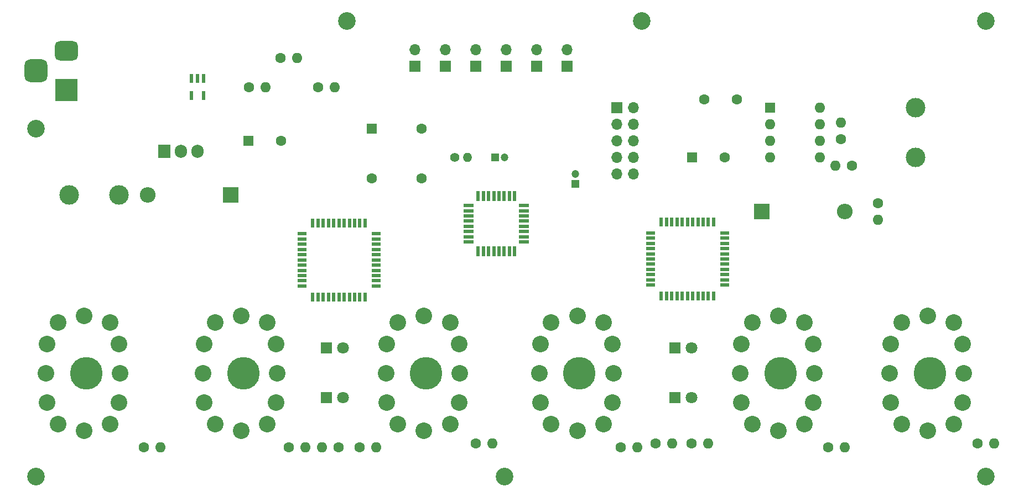
<source format=gbr>
%TF.GenerationSoftware,KiCad,Pcbnew,7.0.2-0*%
%TF.CreationDate,2023-05-13T13:36:10-07:00*%
%TF.ProjectId,nixie3,6e697869-6533-42e6-9b69-6361645f7063,rev?*%
%TF.SameCoordinates,Original*%
%TF.FileFunction,Soldermask,Top*%
%TF.FilePolarity,Negative*%
%FSLAX46Y46*%
G04 Gerber Fmt 4.6, Leading zero omitted, Abs format (unit mm)*
G04 Created by KiCad (PCBNEW 7.0.2-0) date 2023-05-13 13:36:10*
%MOMM*%
%LPD*%
G01*
G04 APERTURE LIST*
G04 Aperture macros list*
%AMRoundRect*
0 Rectangle with rounded corners*
0 $1 Rounding radius*
0 $2 $3 $4 $5 $6 $7 $8 $9 X,Y pos of 4 corners*
0 Add a 4 corners polygon primitive as box body*
4,1,4,$2,$3,$4,$5,$6,$7,$8,$9,$2,$3,0*
0 Add four circle primitives for the rounded corners*
1,1,$1+$1,$2,$3*
1,1,$1+$1,$4,$5*
1,1,$1+$1,$6,$7*
1,1,$1+$1,$8,$9*
0 Add four rect primitives between the rounded corners*
20,1,$1+$1,$2,$3,$4,$5,0*
20,1,$1+$1,$4,$5,$6,$7,0*
20,1,$1+$1,$6,$7,$8,$9,0*
20,1,$1+$1,$8,$9,$2,$3,0*%
G04 Aperture macros list end*
%ADD10C,1.600000*%
%ADD11O,1.600000X1.600000*%
%ADD12C,1.400000*%
%ADD13O,1.400000X1.400000*%
%ADD14C,2.700000*%
%ADD15R,1.200000X1.200000*%
%ADD16C,1.200000*%
%ADD17C,4.998720*%
%ADD18C,2.540000*%
%ADD19R,2.400000X2.400000*%
%ADD20O,2.400000X2.400000*%
%ADD21R,1.800000X1.800000*%
%ADD22C,1.800000*%
%ADD23R,0.500800X1.355600*%
%ADD24R,1.355600X0.500800*%
%ADD25R,1.700000X1.700000*%
%ADD26O,1.700000X1.700000*%
%ADD27R,1.600000X0.550000*%
%ADD28R,0.550000X1.600000*%
%ADD29C,3.000000*%
%ADD30R,1.600000X1.600000*%
%ADD31R,1.905000X2.000000*%
%ADD32O,1.905000X2.000000*%
%ADD33R,3.500000X3.500000*%
%ADD34RoundRect,0.750000X-1.000000X0.750000X-1.000000X-0.750000X1.000000X-0.750000X1.000000X0.750000X0*%
%ADD35RoundRect,0.875000X-0.875000X0.875000X-0.875000X-0.875000X0.875000X-0.875000X0.875000X0.875000X0*%
%ADD36R,0.508000X1.320800*%
G04 APERTURE END LIST*
D10*
%TO.C,R17*%
X81915000Y-44450000D03*
D11*
X84455000Y-44450000D03*
%TD*%
D10*
%TO.C,R10*%
X188595000Y-103505000D03*
D11*
X191135000Y-103505000D03*
%TD*%
D10*
%TO.C,R3*%
X87630000Y-48895000D03*
D11*
X90170000Y-48895000D03*
%TD*%
D10*
%TO.C,R12*%
X139290000Y-103505000D03*
D11*
X141830000Y-103505000D03*
%TD*%
D12*
%TO.C,R1*%
X108590000Y-59690000D03*
D13*
X110490000Y-59690000D03*
%TD*%
D10*
%TO.C,R15*%
X169320000Y-60960000D03*
D11*
X166780000Y-60960000D03*
%TD*%
D14*
%TO.C,REF\u002A\u002A*%
X116205000Y-108585000D03*
%TD*%
D10*
%TO.C,R13*%
X144780000Y-103505000D03*
D11*
X147320000Y-103505000D03*
%TD*%
D15*
%TO.C,C1*%
X114705000Y-59690000D03*
D16*
X116205000Y-59690000D03*
%TD*%
D17*
%TO.C,NX3*%
X104173020Y-92783660D03*
D18*
X109220000Y-97282000D03*
X99857560Y-100599240D03*
X98173540Y-97282000D03*
X98046540Y-92783660D03*
X98173540Y-88285320D03*
X99857560Y-84968080D03*
X103855520Y-83967320D03*
X107853480Y-84968080D03*
X109220000Y-88285320D03*
X109347000Y-92783660D03*
X107853480Y-100599240D03*
X103855520Y-101600000D03*
%TD*%
D19*
%TO.C,D1*%
X74295000Y-65405000D03*
D20*
X61595000Y-65405000D03*
%TD*%
D21*
%TO.C,NE1*%
X88900000Y-88900000D03*
D22*
X91440000Y-88900000D03*
%TD*%
D23*
%TO.C,U4*%
X140182201Y-80937798D03*
X140982202Y-80937798D03*
X141782201Y-80937798D03*
X142582202Y-80937798D03*
X143382200Y-80937798D03*
X144182201Y-80937798D03*
X144982202Y-80937798D03*
X145782200Y-80937798D03*
X146582201Y-80937798D03*
X147382200Y-80937798D03*
X148182201Y-80937798D03*
D24*
X149860000Y-79259999D03*
X149860000Y-78459998D03*
X149860000Y-77659999D03*
X149860000Y-76859998D03*
X149860000Y-76060000D03*
X149860000Y-75259999D03*
X149860000Y-74459998D03*
X149860000Y-73660000D03*
X149860000Y-72859999D03*
X149860000Y-72060000D03*
X149860000Y-71259999D03*
D23*
X148182201Y-69582200D03*
X147382200Y-69582200D03*
X146582201Y-69582200D03*
X145782200Y-69582200D03*
X144982202Y-69582200D03*
X144182201Y-69582200D03*
X143382200Y-69582200D03*
X142582202Y-69582200D03*
X141782201Y-69582200D03*
X140982202Y-69582200D03*
X140182201Y-69582200D03*
D24*
X138504402Y-71259999D03*
X138504402Y-72060000D03*
X138504402Y-72859999D03*
X138504402Y-73660000D03*
X138504402Y-74459998D03*
X138504402Y-75259999D03*
X138504402Y-76060000D03*
X138504402Y-76859998D03*
X138504402Y-77659999D03*
X138504402Y-78459998D03*
X138504402Y-79259999D03*
%TD*%
D10*
%TO.C,R4*%
X90805000Y-104140000D03*
D11*
X88265000Y-104140000D03*
%TD*%
D25*
%TO.C,J4*%
X107130000Y-45720000D03*
D26*
X107130000Y-43180000D03*
%TD*%
D10*
%TO.C,R8*%
X133985000Y-104140000D03*
D11*
X136525000Y-104140000D03*
%TD*%
D25*
%TO.C,J5*%
X111780000Y-45720000D03*
D26*
X111780000Y-43180000D03*
%TD*%
D14*
%TO.C,REF\u002A\u002A*%
X189865000Y-38735000D03*
%TD*%
D17*
%TO.C,NX4*%
X127653040Y-92783660D03*
D18*
X132700020Y-97282000D03*
X123337580Y-100599240D03*
X121653560Y-97282000D03*
X121526560Y-92783660D03*
X121653560Y-88285320D03*
X123337580Y-84968080D03*
X127335540Y-83967320D03*
X131333500Y-84968080D03*
X132700020Y-88285320D03*
X132827020Y-92783660D03*
X131333500Y-100599240D03*
X127335540Y-101600000D03*
%TD*%
D17*
%TO.C,NX2*%
X76200000Y-92783660D03*
D18*
X81246980Y-97282000D03*
X71884540Y-100599240D03*
X70200520Y-97282000D03*
X70073520Y-92783660D03*
X70200520Y-88285320D03*
X71884540Y-84968080D03*
X75882500Y-83967320D03*
X79880460Y-84968080D03*
X81246980Y-88285320D03*
X81373980Y-92783660D03*
X79880460Y-100599240D03*
X75882500Y-101600000D03*
%TD*%
D14*
%TO.C,REF\u002A\u002A*%
X44450000Y-108585000D03*
%TD*%
D19*
%TO.C,D2*%
X155575000Y-67945000D03*
D20*
X168275000Y-67945000D03*
%TD*%
D10*
%TO.C,R2*%
X77060000Y-48895000D03*
D11*
X79600000Y-48895000D03*
%TD*%
D14*
%TO.C,REF\u002A\u002A*%
X44450000Y-55245000D03*
%TD*%
D27*
%TO.C,U1*%
X110685000Y-67050000D03*
X110685000Y-67850000D03*
X110685000Y-68650000D03*
X110685000Y-69450000D03*
X110685000Y-70250000D03*
X110685000Y-71050000D03*
X110685000Y-71850000D03*
X110685000Y-72650000D03*
D28*
X112135000Y-74100000D03*
X112935000Y-74100000D03*
X113735000Y-74100000D03*
X114535000Y-74100000D03*
X115335000Y-74100000D03*
X116135000Y-74100000D03*
X116935000Y-74100000D03*
X117735000Y-74100000D03*
D27*
X119185000Y-72650000D03*
X119185000Y-71850000D03*
X119185000Y-71050000D03*
X119185000Y-70250000D03*
X119185000Y-69450000D03*
X119185000Y-68650000D03*
X119185000Y-67850000D03*
X119185000Y-67050000D03*
D28*
X117735000Y-65600000D03*
X116935000Y-65600000D03*
X116135000Y-65600000D03*
X115335000Y-65600000D03*
X114535000Y-65600000D03*
X113735000Y-65600000D03*
X112935000Y-65600000D03*
X112135000Y-65600000D03*
%TD*%
D15*
%TO.C,C2*%
X127000000Y-63730000D03*
D16*
X127000000Y-62230000D03*
%TD*%
D29*
%TO.C,L1*%
X49530000Y-65405000D03*
X57150000Y-65405000D03*
%TD*%
D10*
%TO.C,R14*%
X167640000Y-56925000D03*
D11*
X167640000Y-54385000D03*
%TD*%
D25*
%TO.C,J7*%
X121080000Y-45720000D03*
D26*
X121080000Y-43180000D03*
%TD*%
D23*
%TO.C,U3*%
X86842201Y-81077798D03*
X87642202Y-81077798D03*
X88442201Y-81077798D03*
X89242202Y-81077798D03*
X90042200Y-81077798D03*
X90842201Y-81077798D03*
X91642202Y-81077798D03*
X92442200Y-81077798D03*
X93242201Y-81077798D03*
X94042200Y-81077798D03*
X94842201Y-81077798D03*
D24*
X96520000Y-79399999D03*
X96520000Y-78599998D03*
X96520000Y-77799999D03*
X96520000Y-76999998D03*
X96520000Y-76200000D03*
X96520000Y-75399999D03*
X96520000Y-74599998D03*
X96520000Y-73800000D03*
X96520000Y-72999999D03*
X96520000Y-72200000D03*
X96520000Y-71399999D03*
D23*
X94842201Y-69722200D03*
X94042200Y-69722200D03*
X93242201Y-69722200D03*
X92442200Y-69722200D03*
X91642202Y-69722200D03*
X90842201Y-69722200D03*
X90042200Y-69722200D03*
X89242202Y-69722200D03*
X88442201Y-69722200D03*
X87642202Y-69722200D03*
X86842201Y-69722200D03*
D24*
X85164402Y-71399999D03*
X85164402Y-72200000D03*
X85164402Y-72999999D03*
X85164402Y-73800000D03*
X85164402Y-74599998D03*
X85164402Y-75399999D03*
X85164402Y-76200000D03*
X85164402Y-76999998D03*
X85164402Y-77799999D03*
X85164402Y-78599998D03*
X85164402Y-79399999D03*
%TD*%
D30*
%TO.C,C3*%
X76972349Y-57150000D03*
D10*
X81972349Y-57150000D03*
%TD*%
D25*
%TO.C,J8*%
X125730000Y-45720000D03*
D26*
X125730000Y-43180000D03*
%TD*%
D14*
%TO.C,REF\u002A\u002A*%
X189865000Y-108585000D03*
%TD*%
D10*
%TO.C,R5*%
X93980000Y-104140000D03*
D11*
X96520000Y-104140000D03*
%TD*%
D30*
%TO.C,C5*%
X144860000Y-59690000D03*
D10*
X149860000Y-59690000D03*
%TD*%
%TO.C,R16*%
X173355000Y-66675000D03*
D11*
X173355000Y-69215000D03*
%TD*%
D29*
%TO.C,L2*%
X179070000Y-52070000D03*
X179070000Y-59690000D03*
%TD*%
D14*
%TO.C,REF\u002A\u002A*%
X137160000Y-38735000D03*
%TD*%
D21*
%TO.C,NE2*%
X88900000Y-96520000D03*
D22*
X91440000Y-96520000D03*
%TD*%
D17*
%TO.C,NX6*%
X181276500Y-92783660D03*
D18*
X186323480Y-97282000D03*
X176961040Y-100599240D03*
X175277020Y-97282000D03*
X175150020Y-92783660D03*
X175277020Y-88285320D03*
X176961040Y-84968080D03*
X180959000Y-83967320D03*
X184956960Y-84968080D03*
X186323480Y-88285320D03*
X186450480Y-92783660D03*
X184956960Y-100599240D03*
X180959000Y-101600000D03*
%TD*%
D31*
%TO.C,Q1*%
X64135000Y-58730000D03*
D32*
X66675000Y-58730000D03*
X69215000Y-58730000D03*
%TD*%
D25*
%TO.C,J6*%
X116430000Y-45720000D03*
D26*
X116430000Y-43180000D03*
%TD*%
D30*
%TO.C,X1*%
X95885000Y-55245000D03*
D10*
X95885000Y-62865000D03*
X103505000Y-62865000D03*
X103505000Y-55245000D03*
%TD*%
D17*
%TO.C,NX1*%
X52150000Y-92783660D03*
D18*
X57196980Y-97282000D03*
X47834540Y-100599240D03*
X46150520Y-97282000D03*
X46023520Y-92783660D03*
X46150520Y-88285320D03*
X47834540Y-84968080D03*
X51832500Y-83967320D03*
X55830460Y-84968080D03*
X57196980Y-88285320D03*
X57323980Y-92783660D03*
X55830460Y-100599240D03*
X51832500Y-101600000D03*
%TD*%
D10*
%TO.C,R7*%
X111760000Y-103505000D03*
D11*
X114300000Y-103505000D03*
%TD*%
D33*
%TO.C,J2*%
X49150000Y-49355000D03*
D34*
X49150000Y-43355000D03*
D35*
X44450000Y-46355000D03*
%TD*%
D30*
%TO.C,U5*%
X156855000Y-52080000D03*
D11*
X156855000Y-54620000D03*
X156855000Y-57160000D03*
X156855000Y-59700000D03*
X164475000Y-59700000D03*
X164475000Y-57160000D03*
X164475000Y-54620000D03*
X164475000Y-52080000D03*
%TD*%
D10*
%TO.C,R11*%
X60960000Y-104140000D03*
D11*
X63500000Y-104140000D03*
%TD*%
D25*
%TO.C,J3*%
X102480000Y-45720000D03*
D26*
X102480000Y-43180000D03*
%TD*%
D10*
%TO.C,R9*%
X165735000Y-104140000D03*
D11*
X168275000Y-104140000D03*
%TD*%
D21*
%TO.C,NE3*%
X142240000Y-88900000D03*
D22*
X144780000Y-88900000D03*
%TD*%
D10*
%TO.C,C4*%
X151725000Y-50800000D03*
X146725000Y-50800000D03*
%TD*%
D25*
%TO.C,J1*%
X133350000Y-52070000D03*
D26*
X135890000Y-52070000D03*
X133350000Y-54610000D03*
X135890000Y-54610000D03*
X133350000Y-57150000D03*
X135890000Y-57150000D03*
X133350000Y-59690000D03*
X135890000Y-59690000D03*
X133350000Y-62230000D03*
X135890000Y-62230000D03*
%TD*%
D10*
%TO.C,R6*%
X83185000Y-104140000D03*
D11*
X85725000Y-104140000D03*
%TD*%
D17*
%TO.C,NX5*%
X158399480Y-92783660D03*
D18*
X163446460Y-97282000D03*
X154084020Y-100599240D03*
X152400000Y-97282000D03*
X152273000Y-92783660D03*
X152400000Y-88285320D03*
X154084020Y-84968080D03*
X158081980Y-83967320D03*
X162079940Y-84968080D03*
X163446460Y-88285320D03*
X163573460Y-92783660D03*
X162079940Y-100599240D03*
X158081980Y-101600000D03*
%TD*%
D21*
%TO.C,NE4*%
X142240000Y-96520000D03*
D22*
X144780000Y-96520000D03*
%TD*%
D36*
%TO.C,U2*%
X70165001Y-47599600D03*
X69215000Y-47599600D03*
X68264999Y-47599600D03*
X68264999Y-50190400D03*
X70165001Y-50190400D03*
%TD*%
D14*
%TO.C,REF\u002A\u002A*%
X92075000Y-38735000D03*
%TD*%
M02*

</source>
